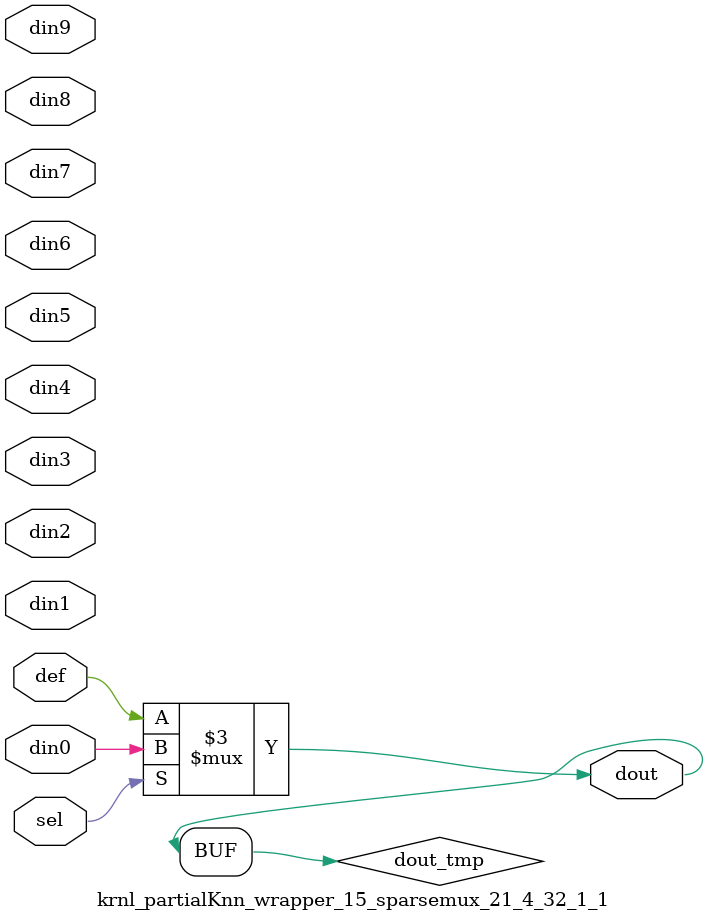
<source format=v>
`timescale 1ns / 1ps

module krnl_partialKnn_wrapper_15_sparsemux_21_4_32_1_1 (din0,din1,din2,din3,din4,din5,din6,din7,din8,din9,def,sel,dout);

parameter din0_WIDTH = 1;

parameter din1_WIDTH = 1;

parameter din2_WIDTH = 1;

parameter din3_WIDTH = 1;

parameter din4_WIDTH = 1;

parameter din5_WIDTH = 1;

parameter din6_WIDTH = 1;

parameter din7_WIDTH = 1;

parameter din8_WIDTH = 1;

parameter din9_WIDTH = 1;

parameter def_WIDTH = 1;
parameter sel_WIDTH = 1;
parameter dout_WIDTH = 1;

parameter [sel_WIDTH-1:0] CASE0 = 1;

parameter [sel_WIDTH-1:0] CASE1 = 1;

parameter [sel_WIDTH-1:0] CASE2 = 1;

parameter [sel_WIDTH-1:0] CASE3 = 1;

parameter [sel_WIDTH-1:0] CASE4 = 1;

parameter [sel_WIDTH-1:0] CASE5 = 1;

parameter [sel_WIDTH-1:0] CASE6 = 1;

parameter [sel_WIDTH-1:0] CASE7 = 1;

parameter [sel_WIDTH-1:0] CASE8 = 1;

parameter [sel_WIDTH-1:0] CASE9 = 1;

parameter ID = 1;
parameter NUM_STAGE = 1;



input [din0_WIDTH-1:0] din0;

input [din1_WIDTH-1:0] din1;

input [din2_WIDTH-1:0] din2;

input [din3_WIDTH-1:0] din3;

input [din4_WIDTH-1:0] din4;

input [din5_WIDTH-1:0] din5;

input [din6_WIDTH-1:0] din6;

input [din7_WIDTH-1:0] din7;

input [din8_WIDTH-1:0] din8;

input [din9_WIDTH-1:0] din9;

input [def_WIDTH-1:0] def;
input [sel_WIDTH-1:0] sel;

output [dout_WIDTH-1:0] dout;



reg [dout_WIDTH-1:0] dout_tmp;

always @ (*) begin
case (sel)
    
    CASE0 : dout_tmp = din0;
    
    CASE1 : dout_tmp = din1;
    
    CASE2 : dout_tmp = din2;
    
    CASE3 : dout_tmp = din3;
    
    CASE4 : dout_tmp = din4;
    
    CASE5 : dout_tmp = din5;
    
    CASE6 : dout_tmp = din6;
    
    CASE7 : dout_tmp = din7;
    
    CASE8 : dout_tmp = din8;
    
    CASE9 : dout_tmp = din9;
    
    default : dout_tmp = def;
endcase
end


assign dout = dout_tmp;



endmodule

</source>
